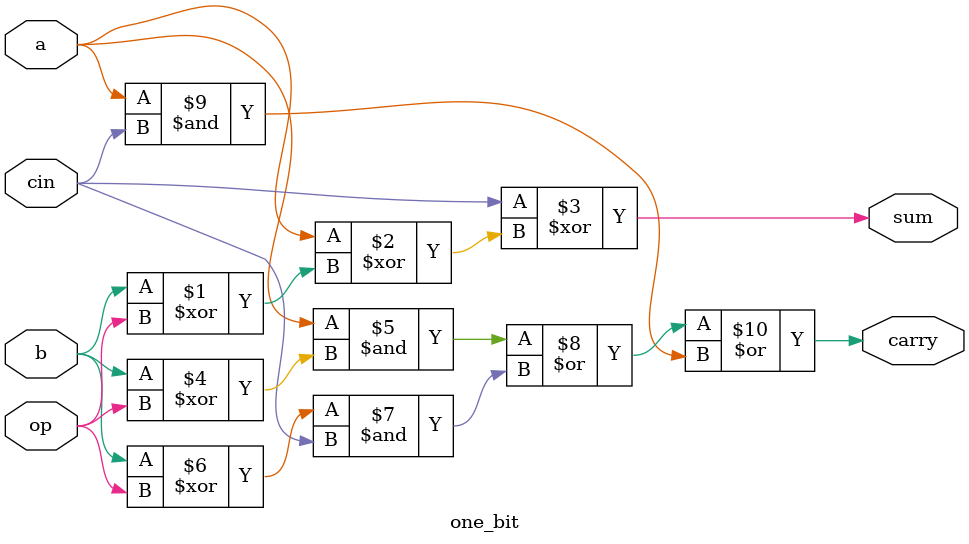
<source format=v>
module one_bit (a, b, cin, op, sum, carry);

   input a;
   input b;
   input cin;
   input op;

   output sum;
   wire sum;
   output carry;
   wire carry;
   assign sum = cin^(a^(b^op));
   assign carry = ((a&(b^op)) | ((b^op)&cin) | (a&cin)); 

endmodule
</source>
